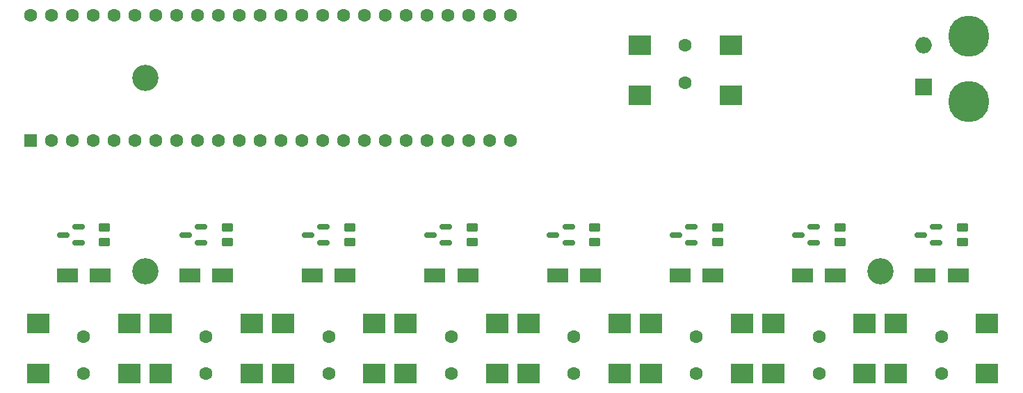
<source format=gbr>
%TF.GenerationSoftware,KiCad,Pcbnew,8.0.4*%
%TF.CreationDate,2025-03-12T23:32:50+01:00*%
%TF.ProjectId,Transistor Board V2,5472616e-7369-4737-946f-7220426f6172,rev?*%
%TF.SameCoordinates,Original*%
%TF.FileFunction,Soldermask,Top*%
%TF.FilePolarity,Negative*%
%FSLAX46Y46*%
G04 Gerber Fmt 4.6, Leading zero omitted, Abs format (unit mm)*
G04 Created by KiCad (PCBNEW 8.0.4) date 2025-03-12 23:32:50*
%MOMM*%
%LPD*%
G01*
G04 APERTURE LIST*
G04 Aperture macros list*
%AMRoundRect*
0 Rectangle with rounded corners*
0 $1 Rounding radius*
0 $2 $3 $4 $5 $6 $7 $8 $9 X,Y pos of 4 corners*
0 Add a 4 corners polygon primitive as box body*
4,1,4,$2,$3,$4,$5,$6,$7,$8,$9,$2,$3,0*
0 Add four circle primitives for the rounded corners*
1,1,$1+$1,$2,$3*
1,1,$1+$1,$4,$5*
1,1,$1+$1,$6,$7*
1,1,$1+$1,$8,$9*
0 Add four rect primitives between the rounded corners*
20,1,$1+$1,$2,$3,$4,$5,0*
20,1,$1+$1,$4,$5,$6,$7,0*
20,1,$1+$1,$6,$7,$8,$9,0*
20,1,$1+$1,$8,$9,$2,$3,0*%
G04 Aperture macros list end*
%ADD10C,3.200000*%
%ADD11R,2.000000X2.000000*%
%ADD12O,2.000000X2.000000*%
%ADD13C,5.000000*%
%ADD14C,1.600000*%
%ADD15R,2.800000X2.400000*%
%ADD16R,2.500000X1.800000*%
%ADD17R,1.600000X1.600000*%
%ADD18RoundRect,0.150000X0.587500X0.150000X-0.587500X0.150000X-0.587500X-0.150000X0.587500X-0.150000X0*%
%ADD19RoundRect,0.250000X-0.450000X0.262500X-0.450000X-0.262500X0.450000X-0.262500X0.450000X0.262500X0*%
G04 APERTURE END LIST*
D10*
%TO.C,REF\u002A\u002A*%
X154250000Y-98974000D03*
%TD*%
%TO.C,REF\u002A\u002A*%
X154250000Y-122500000D03*
%TD*%
%TO.C,REF\u002A\u002A*%
X243750000Y-122500000D03*
%TD*%
D11*
%TO.C,D2*%
X249000000Y-100079999D03*
D12*
X249000000Y-95000000D03*
%TD*%
D13*
%TO.C,J14*%
X254531000Y-93828532D03*
X254531000Y-101828532D03*
%TD*%
D14*
%TO.C,J9*%
X220000000Y-95000000D03*
X220000000Y-99500000D03*
D15*
X225550000Y-95000000D03*
X225550000Y-101100000D03*
X214450000Y-95000000D03*
X214450000Y-101100000D03*
%TD*%
%TO.C,J8*%
X256756000Y-128859000D03*
X256756000Y-134959000D03*
X245656000Y-128859000D03*
X245656000Y-134959000D03*
D14*
X251206000Y-130459000D03*
X251206000Y-134959001D03*
%TD*%
D15*
%TO.C,J7*%
X241834568Y-128859000D03*
X241834568Y-134959000D03*
X230734568Y-128859000D03*
X230734568Y-134959000D03*
D14*
X236284568Y-130459000D03*
X236284568Y-134959001D03*
%TD*%
D15*
%TO.C,J6*%
X226913140Y-128859000D03*
X226913140Y-134959000D03*
X215813140Y-128859000D03*
X215813140Y-134959000D03*
D14*
X221363140Y-130459000D03*
X221363140Y-134959001D03*
%TD*%
D15*
%TO.C,J5*%
X211991712Y-128859000D03*
X211991712Y-134959000D03*
X200891712Y-128859000D03*
X200891712Y-134959000D03*
D14*
X206441712Y-130459000D03*
X206441712Y-134959001D03*
%TD*%
D15*
%TO.C,J4*%
X197070284Y-128859000D03*
X197070284Y-134959000D03*
X185970284Y-128859000D03*
X185970284Y-134959000D03*
D14*
X191520284Y-130459000D03*
X191520284Y-134959001D03*
%TD*%
D15*
%TO.C,J3*%
X182148856Y-128859000D03*
X182148856Y-134959000D03*
X171048856Y-128859000D03*
X171048856Y-134959000D03*
D14*
X176598856Y-130459000D03*
X176598856Y-134959001D03*
%TD*%
D15*
%TO.C,J1*%
X167227428Y-128859000D03*
X167227428Y-134959000D03*
X156127428Y-128859000D03*
X156127428Y-134959000D03*
D14*
X161677428Y-130459000D03*
X161677428Y-134959001D03*
%TD*%
D16*
%TO.C,D8*%
X174598856Y-123000000D03*
X178598856Y-123000000D03*
%TD*%
D14*
%TO.C,U1*%
X140340000Y-91354000D03*
X142880000Y-91354000D03*
X145420000Y-91354000D03*
X147960000Y-91354000D03*
X150500000Y-91354000D03*
X153040000Y-91354000D03*
X155580000Y-91354000D03*
X158120000Y-91354000D03*
X160660000Y-91354000D03*
X163200000Y-91354000D03*
X165740000Y-91354000D03*
X168280000Y-91354000D03*
X170820000Y-91354000D03*
X173360000Y-91354000D03*
X175900000Y-91354000D03*
X178440000Y-91354000D03*
X180980000Y-91354000D03*
X183520000Y-91354000D03*
X186060000Y-91354000D03*
X188600000Y-91354000D03*
X191140000Y-91354000D03*
X193680000Y-91354000D03*
X196220000Y-91354000D03*
X198760000Y-91354000D03*
X198760000Y-106594000D03*
X196220000Y-106594000D03*
X193680000Y-106594000D03*
X191140000Y-106594000D03*
X188600000Y-106594000D03*
X186060000Y-106594000D03*
X183520000Y-106594000D03*
X180980000Y-106594000D03*
X178440000Y-106594000D03*
X175900000Y-106594000D03*
X173360000Y-106594000D03*
X170820000Y-106594000D03*
X168280000Y-106594000D03*
X165740000Y-106594000D03*
X163200000Y-106594000D03*
X160660000Y-106594000D03*
X158120000Y-106594000D03*
X155580000Y-106594000D03*
X153040000Y-106594000D03*
X150500000Y-106594000D03*
X147960000Y-106594000D03*
X145420000Y-106594000D03*
X142880000Y-106594000D03*
D17*
X140340000Y-106594000D03*
%TD*%
D16*
%TO.C,D7*%
X159677428Y-123000000D03*
X163677428Y-123000000D03*
%TD*%
D18*
%TO.C,Q10*%
X218845640Y-118041500D03*
X220720640Y-117091500D03*
X220720640Y-118991500D03*
%TD*%
D16*
%TO.C,D6*%
X144756000Y-123000000D03*
X148756000Y-123000000D03*
%TD*%
D18*
%TO.C,Q11*%
X233767068Y-118041500D03*
X235642068Y-117091500D03*
X235642068Y-118991500D03*
%TD*%
D19*
%TO.C,R7*%
X179148856Y-118934000D03*
X179148856Y-117109000D03*
%TD*%
%TO.C,R9*%
X208991712Y-118934000D03*
X208991712Y-117109000D03*
%TD*%
D16*
%TO.C,D11*%
X219363140Y-123000000D03*
X223363140Y-123000000D03*
%TD*%
D19*
%TO.C,R8*%
X194070284Y-118934000D03*
X194070284Y-117109000D03*
%TD*%
D16*
%TO.C,D12*%
X234284568Y-123000000D03*
X238284568Y-123000000D03*
%TD*%
%TO.C,D13*%
X253206000Y-123000000D03*
X249206000Y-123000000D03*
%TD*%
D18*
%TO.C,Q12*%
X250563500Y-118991500D03*
X250563500Y-117091500D03*
X248688500Y-118041500D03*
%TD*%
%TO.C,Q5*%
X144238500Y-118041500D03*
X146113500Y-117091500D03*
X146113500Y-118991500D03*
%TD*%
D19*
%TO.C,R6*%
X164227428Y-118934000D03*
X164227428Y-117109000D03*
%TD*%
D18*
%TO.C,Q7*%
X174081356Y-118041500D03*
X175956356Y-117091500D03*
X175956356Y-118991500D03*
%TD*%
D15*
%TO.C,J15*%
X152306000Y-128859000D03*
X152306000Y-134959000D03*
X141206000Y-128859000D03*
X141206000Y-134959000D03*
D14*
X146756000Y-130459000D03*
X146756000Y-134959001D03*
%TD*%
D19*
%TO.C,R5*%
X149306000Y-118934000D03*
X149306000Y-117109000D03*
%TD*%
%TO.C,R11*%
X238834568Y-118934000D03*
X238834568Y-117109000D03*
%TD*%
%TO.C,R10*%
X223913140Y-118934000D03*
X223913140Y-117109000D03*
%TD*%
D18*
%TO.C,Q8*%
X189002784Y-118041500D03*
X190877784Y-117091500D03*
X190877784Y-118991500D03*
%TD*%
%TO.C,Q6*%
X159159928Y-118041500D03*
X161034928Y-117091500D03*
X161034928Y-118991500D03*
%TD*%
D16*
%TO.C,D9*%
X189520284Y-123000000D03*
X193520284Y-123000000D03*
%TD*%
%TO.C,D10*%
X204441712Y-123000000D03*
X208441712Y-123000000D03*
%TD*%
D19*
%TO.C,R12*%
X253756000Y-117109000D03*
X253756000Y-118934000D03*
%TD*%
D18*
%TO.C,Q9*%
X203924212Y-118041500D03*
X205799212Y-117091500D03*
X205799212Y-118991500D03*
%TD*%
M02*

</source>
